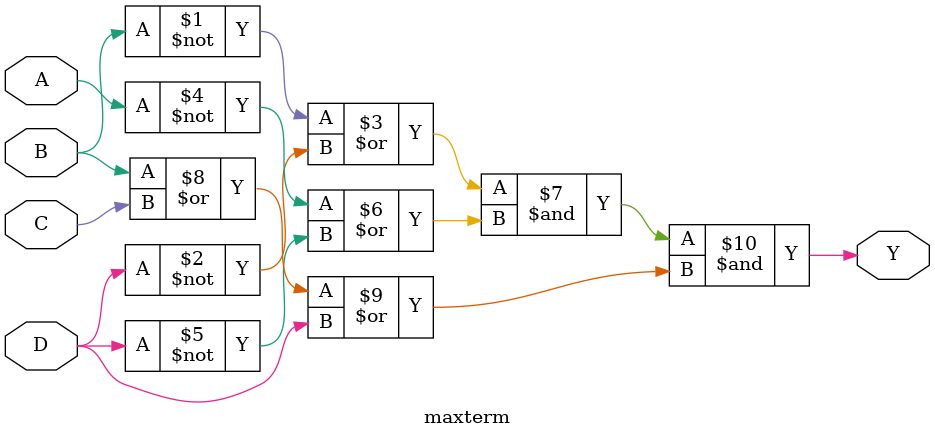
<source format=v>
module maxterm (
    input A, B, C, D,
    output Y
);

assign Y = (~B|~D) &
            (~A|~D) &
            (B|C|D);// Enter your equation here

endmodule

</source>
